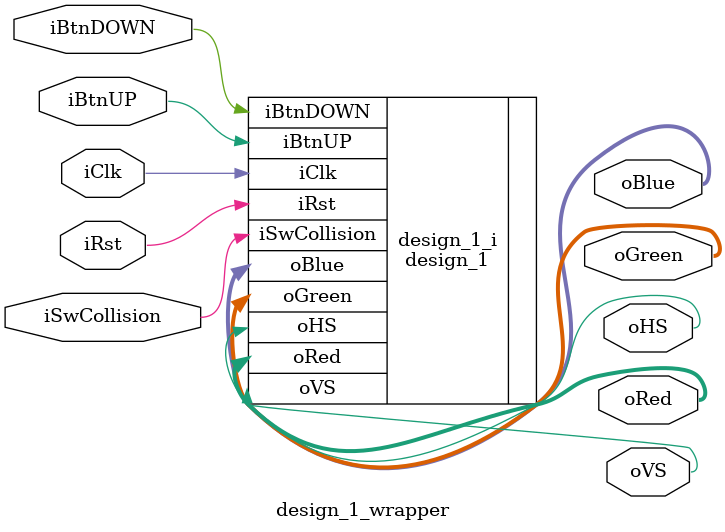
<source format=v>
`timescale 1 ps / 1 ps

module design_1_wrapper
   (iBtnDOWN,
    iBtnUP,
    iClk,
    iRst,
    iSwCollision,
    oBlue,
    oGreen,
    oHS,
    oRed,
    oVS);
  input iBtnDOWN;
  input iBtnUP;
  input iClk;
  input iRst;
  input iSwCollision;
  output [3:0]oBlue;
  output [3:0]oGreen;
  output oHS;
  output [3:0]oRed;
  output oVS;

  wire iBtnDOWN;
  wire iBtnUP;
  wire iClk;
  wire iRst;
  wire iSwCollision;
  wire [3:0]oBlue;
  wire [3:0]oGreen;
  wire oHS;
  wire [3:0]oRed;
  wire oVS;

  design_1 design_1_i
       (.iBtnDOWN(iBtnDOWN),
        .iBtnUP(iBtnUP),
        .iClk(iClk),
        .iRst(iRst),
        .iSwCollision(iSwCollision),
        .oBlue(oBlue),
        .oGreen(oGreen),
        .oHS(oHS),
        .oRed(oRed),
        .oVS(oVS));
endmodule

</source>
